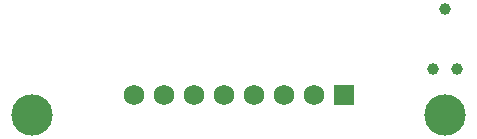
<source format=gbs>
G04*
G04 #@! TF.GenerationSoftware,Altium Limited,Altium Designer,21.6.4 (81)*
G04*
G04 Layer_Color=16711935*
%FSLAX44Y44*%
%MOMM*%
G71*
G04*
G04 #@! TF.SameCoordinates,EAB3D259-4ACE-4868-9577-5A2B5B6BA7EE*
G04*
G04*
G04 #@! TF.FilePolarity,Negative*
G04*
G01*
G75*
%ADD35C,1.0000*%
%ADD36C,1.7500*%
%ADD37R,1.7500X1.7500*%
%ADD38C,3.5000*%
D35*
X364840Y64200D02*
D03*
X385160D02*
D03*
X375000Y115000D02*
D03*
D36*
X161900Y41700D02*
D03*
X187300D02*
D03*
X212700D02*
D03*
X263500D02*
D03*
X238100D02*
D03*
X136500D02*
D03*
X111100D02*
D03*
D37*
X288900D02*
D03*
D38*
X375000Y25000D02*
D03*
X25000D02*
D03*
M02*

</source>
